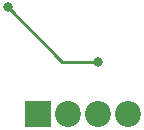
<source format=gbl>
%TF.GenerationSoftware,KiCad,Pcbnew,(5.1.12)-1*%
%TF.CreationDate,2022-08-18T11:38:46-07:00*%
%TF.ProjectId,HighPressureSensorArray,48696768-5072-4657-9373-75726553656e,rev?*%
%TF.SameCoordinates,Original*%
%TF.FileFunction,Copper,L2,Bot*%
%TF.FilePolarity,Positive*%
%FSLAX46Y46*%
G04 Gerber Fmt 4.6, Leading zero omitted, Abs format (unit mm)*
G04 Created by KiCad (PCBNEW (5.1.12)-1) date 2022-08-18 11:38:46*
%MOMM*%
%LPD*%
G01*
G04 APERTURE LIST*
%TA.AperFunction,ComponentPad*%
%ADD10R,2.200000X2.200000*%
%TD*%
%TA.AperFunction,ComponentPad*%
%ADD11C,2.200000*%
%TD*%
%TA.AperFunction,ViaPad*%
%ADD12C,0.800000*%
%TD*%
%TA.AperFunction,Conductor*%
%ADD13C,0.250000*%
%TD*%
G04 APERTURE END LIST*
D10*
X100000000Y-80000000D03*
D11*
X102540000Y-80000000D03*
X105080000Y-80000000D03*
X107620000Y-80000000D03*
D12*
X105080000Y-75580000D03*
X97512653Y-70987333D03*
D13*
X102105320Y-75580000D02*
X97512653Y-70987333D01*
X105080000Y-75580000D02*
X102105320Y-75580000D01*
M02*

</source>
